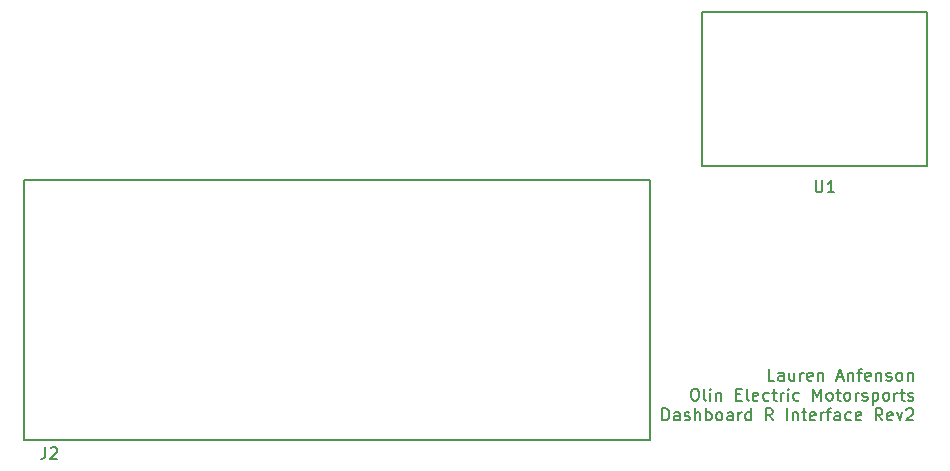
<source format=gbr>
G04 #@! TF.FileFunction,Legend,Top*
%FSLAX46Y46*%
G04 Gerber Fmt 4.6, Leading zero omitted, Abs format (unit mm)*
G04 Created by KiCad (PCBNEW 4.0.7-e2-6376~58~ubuntu16.04.1) date Sat Mar 10 14:38:45 2018*
%MOMM*%
%LPD*%
G01*
G04 APERTURE LIST*
%ADD10C,0.100000*%
%ADD11C,0.152400*%
%ADD12C,0.150000*%
G04 APERTURE END LIST*
D10*
D11*
X168135907Y-91112219D02*
X167652098Y-91112219D01*
X167652098Y-90096219D01*
X168910002Y-91112219D02*
X168910002Y-90580029D01*
X168861621Y-90483267D01*
X168764859Y-90434886D01*
X168571336Y-90434886D01*
X168474574Y-90483267D01*
X168910002Y-91063838D02*
X168813240Y-91112219D01*
X168571336Y-91112219D01*
X168474574Y-91063838D01*
X168426193Y-90967076D01*
X168426193Y-90870314D01*
X168474574Y-90773552D01*
X168571336Y-90725171D01*
X168813240Y-90725171D01*
X168910002Y-90676790D01*
X169829240Y-90434886D02*
X169829240Y-91112219D01*
X169393812Y-90434886D02*
X169393812Y-90967076D01*
X169442193Y-91063838D01*
X169538955Y-91112219D01*
X169684097Y-91112219D01*
X169780859Y-91063838D01*
X169829240Y-91015457D01*
X170313050Y-91112219D02*
X170313050Y-90434886D01*
X170313050Y-90628410D02*
X170361431Y-90531648D01*
X170409812Y-90483267D01*
X170506574Y-90434886D01*
X170603335Y-90434886D01*
X171329049Y-91063838D02*
X171232287Y-91112219D01*
X171038764Y-91112219D01*
X170942002Y-91063838D01*
X170893621Y-90967076D01*
X170893621Y-90580029D01*
X170942002Y-90483267D01*
X171038764Y-90434886D01*
X171232287Y-90434886D01*
X171329049Y-90483267D01*
X171377430Y-90580029D01*
X171377430Y-90676790D01*
X170893621Y-90773552D01*
X171812859Y-90434886D02*
X171812859Y-91112219D01*
X171812859Y-90531648D02*
X171861240Y-90483267D01*
X171958002Y-90434886D01*
X172103144Y-90434886D01*
X172199906Y-90483267D01*
X172248287Y-90580029D01*
X172248287Y-91112219D01*
X173457811Y-90821933D02*
X173941620Y-90821933D01*
X173361049Y-91112219D02*
X173699716Y-90096219D01*
X174038382Y-91112219D01*
X174377049Y-90434886D02*
X174377049Y-91112219D01*
X174377049Y-90531648D02*
X174425430Y-90483267D01*
X174522192Y-90434886D01*
X174667334Y-90434886D01*
X174764096Y-90483267D01*
X174812477Y-90580029D01*
X174812477Y-91112219D01*
X175151144Y-90434886D02*
X175538192Y-90434886D01*
X175296287Y-91112219D02*
X175296287Y-90241362D01*
X175344668Y-90144600D01*
X175441430Y-90096219D01*
X175538192Y-90096219D01*
X176263905Y-91063838D02*
X176167143Y-91112219D01*
X175973620Y-91112219D01*
X175876858Y-91063838D01*
X175828477Y-90967076D01*
X175828477Y-90580029D01*
X175876858Y-90483267D01*
X175973620Y-90434886D01*
X176167143Y-90434886D01*
X176263905Y-90483267D01*
X176312286Y-90580029D01*
X176312286Y-90676790D01*
X175828477Y-90773552D01*
X176747715Y-90434886D02*
X176747715Y-91112219D01*
X176747715Y-90531648D02*
X176796096Y-90483267D01*
X176892858Y-90434886D01*
X177038000Y-90434886D01*
X177134762Y-90483267D01*
X177183143Y-90580029D01*
X177183143Y-91112219D01*
X177618572Y-91063838D02*
X177715334Y-91112219D01*
X177908858Y-91112219D01*
X178005619Y-91063838D01*
X178054000Y-90967076D01*
X178054000Y-90918695D01*
X178005619Y-90821933D01*
X177908858Y-90773552D01*
X177763715Y-90773552D01*
X177666953Y-90725171D01*
X177618572Y-90628410D01*
X177618572Y-90580029D01*
X177666953Y-90483267D01*
X177763715Y-90434886D01*
X177908858Y-90434886D01*
X178005619Y-90483267D01*
X178634572Y-91112219D02*
X178537810Y-91063838D01*
X178489429Y-91015457D01*
X178441048Y-90918695D01*
X178441048Y-90628410D01*
X178489429Y-90531648D01*
X178537810Y-90483267D01*
X178634572Y-90434886D01*
X178779714Y-90434886D01*
X178876476Y-90483267D01*
X178924857Y-90531648D01*
X178973238Y-90628410D01*
X178973238Y-90918695D01*
X178924857Y-91015457D01*
X178876476Y-91063838D01*
X178779714Y-91112219D01*
X178634572Y-91112219D01*
X179408667Y-90434886D02*
X179408667Y-91112219D01*
X179408667Y-90531648D02*
X179457048Y-90483267D01*
X179553810Y-90434886D01*
X179698952Y-90434886D01*
X179795714Y-90483267D01*
X179844095Y-90580029D01*
X179844095Y-91112219D01*
X161314195Y-91772619D02*
X161507718Y-91772619D01*
X161604480Y-91821000D01*
X161701242Y-91917762D01*
X161749623Y-92111286D01*
X161749623Y-92449952D01*
X161701242Y-92643476D01*
X161604480Y-92740238D01*
X161507718Y-92788619D01*
X161314195Y-92788619D01*
X161217433Y-92740238D01*
X161120671Y-92643476D01*
X161072290Y-92449952D01*
X161072290Y-92111286D01*
X161120671Y-91917762D01*
X161217433Y-91821000D01*
X161314195Y-91772619D01*
X162330195Y-92788619D02*
X162233433Y-92740238D01*
X162185052Y-92643476D01*
X162185052Y-91772619D01*
X162717242Y-92788619D02*
X162717242Y-92111286D01*
X162717242Y-91772619D02*
X162668861Y-91821000D01*
X162717242Y-91869381D01*
X162765623Y-91821000D01*
X162717242Y-91772619D01*
X162717242Y-91869381D01*
X163201052Y-92111286D02*
X163201052Y-92788619D01*
X163201052Y-92208048D02*
X163249433Y-92159667D01*
X163346195Y-92111286D01*
X163491337Y-92111286D01*
X163588099Y-92159667D01*
X163636480Y-92256429D01*
X163636480Y-92788619D01*
X164894385Y-92256429D02*
X165233051Y-92256429D01*
X165378194Y-92788619D02*
X164894385Y-92788619D01*
X164894385Y-91772619D01*
X165378194Y-91772619D01*
X165958766Y-92788619D02*
X165862004Y-92740238D01*
X165813623Y-92643476D01*
X165813623Y-91772619D01*
X166732860Y-92740238D02*
X166636098Y-92788619D01*
X166442575Y-92788619D01*
X166345813Y-92740238D01*
X166297432Y-92643476D01*
X166297432Y-92256429D01*
X166345813Y-92159667D01*
X166442575Y-92111286D01*
X166636098Y-92111286D01*
X166732860Y-92159667D01*
X166781241Y-92256429D01*
X166781241Y-92353190D01*
X166297432Y-92449952D01*
X167652098Y-92740238D02*
X167555336Y-92788619D01*
X167361813Y-92788619D01*
X167265051Y-92740238D01*
X167216670Y-92691857D01*
X167168289Y-92595095D01*
X167168289Y-92304810D01*
X167216670Y-92208048D01*
X167265051Y-92159667D01*
X167361813Y-92111286D01*
X167555336Y-92111286D01*
X167652098Y-92159667D01*
X167942384Y-92111286D02*
X168329432Y-92111286D01*
X168087527Y-91772619D02*
X168087527Y-92643476D01*
X168135908Y-92740238D01*
X168232670Y-92788619D01*
X168329432Y-92788619D01*
X168668098Y-92788619D02*
X168668098Y-92111286D01*
X168668098Y-92304810D02*
X168716479Y-92208048D01*
X168764860Y-92159667D01*
X168861622Y-92111286D01*
X168958383Y-92111286D01*
X169297050Y-92788619D02*
X169297050Y-92111286D01*
X169297050Y-91772619D02*
X169248669Y-91821000D01*
X169297050Y-91869381D01*
X169345431Y-91821000D01*
X169297050Y-91772619D01*
X169297050Y-91869381D01*
X170216288Y-92740238D02*
X170119526Y-92788619D01*
X169926003Y-92788619D01*
X169829241Y-92740238D01*
X169780860Y-92691857D01*
X169732479Y-92595095D01*
X169732479Y-92304810D01*
X169780860Y-92208048D01*
X169829241Y-92159667D01*
X169926003Y-92111286D01*
X170119526Y-92111286D01*
X170216288Y-92159667D01*
X171425812Y-92788619D02*
X171425812Y-91772619D01*
X171764478Y-92498333D01*
X172103145Y-91772619D01*
X172103145Y-92788619D01*
X172732098Y-92788619D02*
X172635336Y-92740238D01*
X172586955Y-92691857D01*
X172538574Y-92595095D01*
X172538574Y-92304810D01*
X172586955Y-92208048D01*
X172635336Y-92159667D01*
X172732098Y-92111286D01*
X172877240Y-92111286D01*
X172974002Y-92159667D01*
X173022383Y-92208048D01*
X173070764Y-92304810D01*
X173070764Y-92595095D01*
X173022383Y-92691857D01*
X172974002Y-92740238D01*
X172877240Y-92788619D01*
X172732098Y-92788619D01*
X173361050Y-92111286D02*
X173748098Y-92111286D01*
X173506193Y-91772619D02*
X173506193Y-92643476D01*
X173554574Y-92740238D01*
X173651336Y-92788619D01*
X173748098Y-92788619D01*
X174231907Y-92788619D02*
X174135145Y-92740238D01*
X174086764Y-92691857D01*
X174038383Y-92595095D01*
X174038383Y-92304810D01*
X174086764Y-92208048D01*
X174135145Y-92159667D01*
X174231907Y-92111286D01*
X174377049Y-92111286D01*
X174473811Y-92159667D01*
X174522192Y-92208048D01*
X174570573Y-92304810D01*
X174570573Y-92595095D01*
X174522192Y-92691857D01*
X174473811Y-92740238D01*
X174377049Y-92788619D01*
X174231907Y-92788619D01*
X175006002Y-92788619D02*
X175006002Y-92111286D01*
X175006002Y-92304810D02*
X175054383Y-92208048D01*
X175102764Y-92159667D01*
X175199526Y-92111286D01*
X175296287Y-92111286D01*
X175586573Y-92740238D02*
X175683335Y-92788619D01*
X175876859Y-92788619D01*
X175973620Y-92740238D01*
X176022001Y-92643476D01*
X176022001Y-92595095D01*
X175973620Y-92498333D01*
X175876859Y-92449952D01*
X175731716Y-92449952D01*
X175634954Y-92401571D01*
X175586573Y-92304810D01*
X175586573Y-92256429D01*
X175634954Y-92159667D01*
X175731716Y-92111286D01*
X175876859Y-92111286D01*
X175973620Y-92159667D01*
X176457430Y-92111286D02*
X176457430Y-93127286D01*
X176457430Y-92159667D02*
X176554192Y-92111286D01*
X176747715Y-92111286D01*
X176844477Y-92159667D01*
X176892858Y-92208048D01*
X176941239Y-92304810D01*
X176941239Y-92595095D01*
X176892858Y-92691857D01*
X176844477Y-92740238D01*
X176747715Y-92788619D01*
X176554192Y-92788619D01*
X176457430Y-92740238D01*
X177521811Y-92788619D02*
X177425049Y-92740238D01*
X177376668Y-92691857D01*
X177328287Y-92595095D01*
X177328287Y-92304810D01*
X177376668Y-92208048D01*
X177425049Y-92159667D01*
X177521811Y-92111286D01*
X177666953Y-92111286D01*
X177763715Y-92159667D01*
X177812096Y-92208048D01*
X177860477Y-92304810D01*
X177860477Y-92595095D01*
X177812096Y-92691857D01*
X177763715Y-92740238D01*
X177666953Y-92788619D01*
X177521811Y-92788619D01*
X178295906Y-92788619D02*
X178295906Y-92111286D01*
X178295906Y-92304810D02*
X178344287Y-92208048D01*
X178392668Y-92159667D01*
X178489430Y-92111286D01*
X178586191Y-92111286D01*
X178779715Y-92111286D02*
X179166763Y-92111286D01*
X178924858Y-91772619D02*
X178924858Y-92643476D01*
X178973239Y-92740238D01*
X179070001Y-92788619D01*
X179166763Y-92788619D01*
X179457048Y-92740238D02*
X179553810Y-92788619D01*
X179747334Y-92788619D01*
X179844095Y-92740238D01*
X179892476Y-92643476D01*
X179892476Y-92595095D01*
X179844095Y-92498333D01*
X179747334Y-92449952D01*
X179602191Y-92449952D01*
X179505429Y-92401571D01*
X179457048Y-92304810D01*
X179457048Y-92256429D01*
X179505429Y-92159667D01*
X179602191Y-92111286D01*
X179747334Y-92111286D01*
X179844095Y-92159667D01*
X158653242Y-94465019D02*
X158653242Y-93449019D01*
X158895147Y-93449019D01*
X159040289Y-93497400D01*
X159137051Y-93594162D01*
X159185432Y-93690924D01*
X159233813Y-93884448D01*
X159233813Y-94029590D01*
X159185432Y-94223114D01*
X159137051Y-94319876D01*
X159040289Y-94416638D01*
X158895147Y-94465019D01*
X158653242Y-94465019D01*
X160104670Y-94465019D02*
X160104670Y-93932829D01*
X160056289Y-93836067D01*
X159959527Y-93787686D01*
X159766004Y-93787686D01*
X159669242Y-93836067D01*
X160104670Y-94416638D02*
X160007908Y-94465019D01*
X159766004Y-94465019D01*
X159669242Y-94416638D01*
X159620861Y-94319876D01*
X159620861Y-94223114D01*
X159669242Y-94126352D01*
X159766004Y-94077971D01*
X160007908Y-94077971D01*
X160104670Y-94029590D01*
X160540099Y-94416638D02*
X160636861Y-94465019D01*
X160830385Y-94465019D01*
X160927146Y-94416638D01*
X160975527Y-94319876D01*
X160975527Y-94271495D01*
X160927146Y-94174733D01*
X160830385Y-94126352D01*
X160685242Y-94126352D01*
X160588480Y-94077971D01*
X160540099Y-93981210D01*
X160540099Y-93932829D01*
X160588480Y-93836067D01*
X160685242Y-93787686D01*
X160830385Y-93787686D01*
X160927146Y-93836067D01*
X161410956Y-94465019D02*
X161410956Y-93449019D01*
X161846384Y-94465019D02*
X161846384Y-93932829D01*
X161798003Y-93836067D01*
X161701241Y-93787686D01*
X161556099Y-93787686D01*
X161459337Y-93836067D01*
X161410956Y-93884448D01*
X162330194Y-94465019D02*
X162330194Y-93449019D01*
X162330194Y-93836067D02*
X162426956Y-93787686D01*
X162620479Y-93787686D01*
X162717241Y-93836067D01*
X162765622Y-93884448D01*
X162814003Y-93981210D01*
X162814003Y-94271495D01*
X162765622Y-94368257D01*
X162717241Y-94416638D01*
X162620479Y-94465019D01*
X162426956Y-94465019D01*
X162330194Y-94416638D01*
X163394575Y-94465019D02*
X163297813Y-94416638D01*
X163249432Y-94368257D01*
X163201051Y-94271495D01*
X163201051Y-93981210D01*
X163249432Y-93884448D01*
X163297813Y-93836067D01*
X163394575Y-93787686D01*
X163539717Y-93787686D01*
X163636479Y-93836067D01*
X163684860Y-93884448D01*
X163733241Y-93981210D01*
X163733241Y-94271495D01*
X163684860Y-94368257D01*
X163636479Y-94416638D01*
X163539717Y-94465019D01*
X163394575Y-94465019D01*
X164604098Y-94465019D02*
X164604098Y-93932829D01*
X164555717Y-93836067D01*
X164458955Y-93787686D01*
X164265432Y-93787686D01*
X164168670Y-93836067D01*
X164604098Y-94416638D02*
X164507336Y-94465019D01*
X164265432Y-94465019D01*
X164168670Y-94416638D01*
X164120289Y-94319876D01*
X164120289Y-94223114D01*
X164168670Y-94126352D01*
X164265432Y-94077971D01*
X164507336Y-94077971D01*
X164604098Y-94029590D01*
X165087908Y-94465019D02*
X165087908Y-93787686D01*
X165087908Y-93981210D02*
X165136289Y-93884448D01*
X165184670Y-93836067D01*
X165281432Y-93787686D01*
X165378193Y-93787686D01*
X166152288Y-94465019D02*
X166152288Y-93449019D01*
X166152288Y-94416638D02*
X166055526Y-94465019D01*
X165862003Y-94465019D01*
X165765241Y-94416638D01*
X165716860Y-94368257D01*
X165668479Y-94271495D01*
X165668479Y-93981210D01*
X165716860Y-93884448D01*
X165765241Y-93836067D01*
X165862003Y-93787686D01*
X166055526Y-93787686D01*
X166152288Y-93836067D01*
X167990764Y-94465019D02*
X167652098Y-93981210D01*
X167410193Y-94465019D02*
X167410193Y-93449019D01*
X167797240Y-93449019D01*
X167894002Y-93497400D01*
X167942383Y-93545781D01*
X167990764Y-93642543D01*
X167990764Y-93787686D01*
X167942383Y-93884448D01*
X167894002Y-93932829D01*
X167797240Y-93981210D01*
X167410193Y-93981210D01*
X169200288Y-94465019D02*
X169200288Y-93449019D01*
X169684098Y-93787686D02*
X169684098Y-94465019D01*
X169684098Y-93884448D02*
X169732479Y-93836067D01*
X169829241Y-93787686D01*
X169974383Y-93787686D01*
X170071145Y-93836067D01*
X170119526Y-93932829D01*
X170119526Y-94465019D01*
X170458193Y-93787686D02*
X170845241Y-93787686D01*
X170603336Y-93449019D02*
X170603336Y-94319876D01*
X170651717Y-94416638D01*
X170748479Y-94465019D01*
X170845241Y-94465019D01*
X171570954Y-94416638D02*
X171474192Y-94465019D01*
X171280669Y-94465019D01*
X171183907Y-94416638D01*
X171135526Y-94319876D01*
X171135526Y-93932829D01*
X171183907Y-93836067D01*
X171280669Y-93787686D01*
X171474192Y-93787686D01*
X171570954Y-93836067D01*
X171619335Y-93932829D01*
X171619335Y-94029590D01*
X171135526Y-94126352D01*
X172054764Y-94465019D02*
X172054764Y-93787686D01*
X172054764Y-93981210D02*
X172103145Y-93884448D01*
X172151526Y-93836067D01*
X172248288Y-93787686D01*
X172345049Y-93787686D01*
X172538573Y-93787686D02*
X172925621Y-93787686D01*
X172683716Y-94465019D02*
X172683716Y-93594162D01*
X172732097Y-93497400D01*
X172828859Y-93449019D01*
X172925621Y-93449019D01*
X173699715Y-94465019D02*
X173699715Y-93932829D01*
X173651334Y-93836067D01*
X173554572Y-93787686D01*
X173361049Y-93787686D01*
X173264287Y-93836067D01*
X173699715Y-94416638D02*
X173602953Y-94465019D01*
X173361049Y-94465019D01*
X173264287Y-94416638D01*
X173215906Y-94319876D01*
X173215906Y-94223114D01*
X173264287Y-94126352D01*
X173361049Y-94077971D01*
X173602953Y-94077971D01*
X173699715Y-94029590D01*
X174618953Y-94416638D02*
X174522191Y-94465019D01*
X174328668Y-94465019D01*
X174231906Y-94416638D01*
X174183525Y-94368257D01*
X174135144Y-94271495D01*
X174135144Y-93981210D01*
X174183525Y-93884448D01*
X174231906Y-93836067D01*
X174328668Y-93787686D01*
X174522191Y-93787686D01*
X174618953Y-93836067D01*
X175441429Y-94416638D02*
X175344667Y-94465019D01*
X175151144Y-94465019D01*
X175054382Y-94416638D01*
X175006001Y-94319876D01*
X175006001Y-93932829D01*
X175054382Y-93836067D01*
X175151144Y-93787686D01*
X175344667Y-93787686D01*
X175441429Y-93836067D01*
X175489810Y-93932829D01*
X175489810Y-94029590D01*
X175006001Y-94126352D01*
X177279905Y-94465019D02*
X176941239Y-93981210D01*
X176699334Y-94465019D02*
X176699334Y-93449019D01*
X177086381Y-93449019D01*
X177183143Y-93497400D01*
X177231524Y-93545781D01*
X177279905Y-93642543D01*
X177279905Y-93787686D01*
X177231524Y-93884448D01*
X177183143Y-93932829D01*
X177086381Y-93981210D01*
X176699334Y-93981210D01*
X178102381Y-94416638D02*
X178005619Y-94465019D01*
X177812096Y-94465019D01*
X177715334Y-94416638D01*
X177666953Y-94319876D01*
X177666953Y-93932829D01*
X177715334Y-93836067D01*
X177812096Y-93787686D01*
X178005619Y-93787686D01*
X178102381Y-93836067D01*
X178150762Y-93932829D01*
X178150762Y-94029590D01*
X177666953Y-94126352D01*
X178489429Y-93787686D02*
X178731334Y-94465019D01*
X178973238Y-93787686D01*
X179311905Y-93545781D02*
X179360286Y-93497400D01*
X179457048Y-93449019D01*
X179698952Y-93449019D01*
X179795714Y-93497400D01*
X179844095Y-93545781D01*
X179892476Y-93642543D01*
X179892476Y-93739305D01*
X179844095Y-93884448D01*
X179263524Y-94465019D01*
X179892476Y-94465019D01*
D12*
X181032000Y-72892000D02*
X181032000Y-70892000D01*
X162032000Y-72892000D02*
X181032000Y-72892000D01*
X162032000Y-59892000D02*
X162032000Y-72892000D01*
X181032000Y-59892000D02*
X162032000Y-59892000D01*
X181032000Y-70892000D02*
X181032000Y-59892000D01*
X104564000Y-74114000D02*
X157564000Y-74114000D01*
X157564000Y-74114000D02*
X157564000Y-96114000D01*
X157564000Y-96114000D02*
X104564000Y-96114000D01*
X104564000Y-96114000D02*
X104564000Y-74114000D01*
X171636095Y-74154381D02*
X171636095Y-74963905D01*
X171683714Y-75059143D01*
X171731333Y-75106762D01*
X171826571Y-75154381D01*
X172017048Y-75154381D01*
X172112286Y-75106762D01*
X172159905Y-75059143D01*
X172207524Y-74963905D01*
X172207524Y-74154381D01*
X173207524Y-75154381D02*
X172636095Y-75154381D01*
X172921809Y-75154381D02*
X172921809Y-74154381D01*
X172826571Y-74297238D01*
X172731333Y-74392476D01*
X172636095Y-74440095D01*
X106420667Y-96726381D02*
X106420667Y-97440667D01*
X106373047Y-97583524D01*
X106277809Y-97678762D01*
X106134952Y-97726381D01*
X106039714Y-97726381D01*
X106849238Y-96821619D02*
X106896857Y-96774000D01*
X106992095Y-96726381D01*
X107230191Y-96726381D01*
X107325429Y-96774000D01*
X107373048Y-96821619D01*
X107420667Y-96916857D01*
X107420667Y-97012095D01*
X107373048Y-97154952D01*
X106801619Y-97726381D01*
X107420667Y-97726381D01*
M02*

</source>
